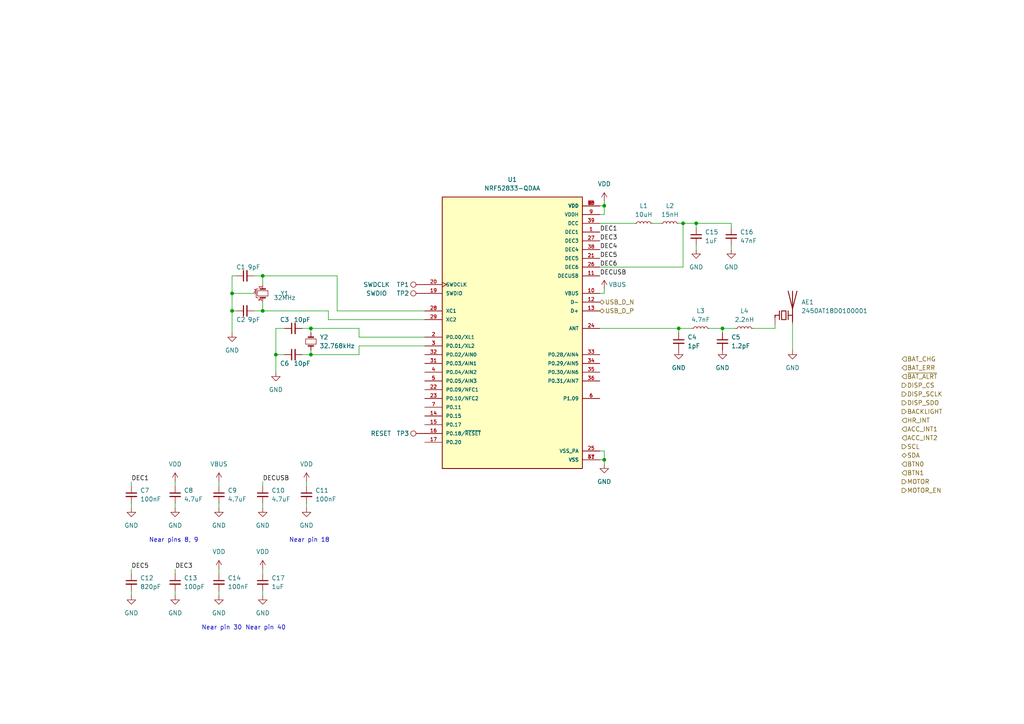
<source format=kicad_sch>
(kicad_sch (version 20230121) (generator eeschema)
  (paper "A4")
  (lib_symbols
    (symbol "Connector:TestPoint" (pin_numbers hide) (pin_names (offset 0.762) hide)
      (property "Reference" "TP" (at 0 6.858 0))
      (property "Value" "TestPoint" (at 0 5.08 0))
      (symbol "TestPoint_0_1"
        (circle (center 0 3.302) (radius 0.762))
      )
      (symbol "TestPoint_1_1"
        (pin passive line (at 0 0 90) (length 2.54) (name "1") (number "1"))
      )
    )
    (symbol "Device:Antenna_Chip" (pin_numbers hide) (pin_names (offset 1.016) hide)
      (property "Reference" "AE" (at 0 5.08 0))
      (property "Value" "Antenna_Chip" (at 0 3.175 0))
      (symbol "Antenna_Chip_0_1"
        (polyline (pts (xy -2.54 0) (xy -2.54 -0.635)) (stroke (width 0.254)))
        (polyline (pts (xy -2.54 0) (xy -1.27 0)) (stroke (width 0.254)))
        (polyline (pts (xy 1.27 0) (xy 2.54 0)) (stroke (width 0.254)))
        (polyline (pts (xy 1.27 1.27) (xy 1.27 -1.27)) (stroke (width 0.254)))
        (polyline (pts (xy 2.54 -0.635) (xy 2.54 0)))
        (polyline (pts (xy 2.54 6.985) (xy 2.54 -1.905)) (stroke (width 0.254)))
        (polyline (pts (xy -1.27 1.27) (xy -1.27 -1.27) (xy -1.27 0)) (stroke (width 0.254)))
        (polyline (pts (xy 3.81 6.985) (xy 2.54 1.905) (xy 1.27 6.985)) (stroke (width 0.254)))
        (polyline (pts (xy -0.635 1.27) (xy 0.635 1.27) (xy 0.635 -1.27) (xy -0.635 -1.27) (xy -0.635 1.27)) (stroke (width 0.254)))
      )
      (symbol "Antenna_Chip_1_1"
        (pin input line (at -2.54 -2.54 90) (length 2.54) (name "FEED") (number "1"))
        (pin passive line (at 2.54 -2.54 90) (length 2.54) (name "PCB_Trace") (number "2"))
      )
    )
    (symbol "Device:C_Small" (pin_numbers hide) (pin_names (offset 0.254) hide)
      (property "Reference" "C" (at 0.254 1.778 0))
      (property "Value" "C_Small" (at 0.254 -2.032 0))
      (symbol "C_Small_0_1"
        (polyline (pts (xy -1.524 -0.508) (xy 1.524 -0.508)) (stroke (width 0.3302)))
        (polyline (pts (xy -1.524 0.508) (xy 1.524 0.508)) (stroke (width 0.3048)))
      )
      (symbol "C_Small_1_1"
        (pin passive line (at 0 2.54 270) (length 2.032) (name "~") (number "1"))
        (pin passive line (at 0 -2.54 90) (length 2.032) (name "~") (number "2"))
      )
    )
    (symbol "Device:Crystal_GND2_Small" (pin_names (offset 1.016) hide)
      (property "Reference" "Y" (at 0 5.08 0))
      (property "Value" "Crystal_GND2_Small" (at 0 3.175 0))
      (symbol "Crystal_GND2_Small_0_1"
        (rectangle (start -0.762 -1.524) (end 0.762 1.524))
        (polyline (pts (xy -1.27 -0.762) (xy -1.27 0.762)) (stroke (width 0.381)))
        (polyline (pts (xy 1.27 -0.762) (xy 1.27 0.762)) (stroke (width 0.381)))
        (polyline (pts (xy -1.27 -1.27) (xy -1.27 -1.905) (xy 1.27 -1.905) (xy 1.27 -1.27)))
      )
      (symbol "Crystal_GND2_Small_1_1"
        (pin passive line (at -2.54 0 0) (length 1.27) (name "1") (number "1"))
        (pin passive line (at 0 -2.54 90) (length 0.635) (name "2") (number "2"))
        (pin passive line (at 2.54 0 180) (length 1.27) (name "3") (number "3"))
      )
    )
    (symbol "Device:Crystal_Small" (pin_numbers hide) (pin_names (offset 1.016) hide)
      (property "Reference" "Y" (at 0 2.54 0))
      (property "Value" "Crystal_Small" (at 0 -2.54 0))
      (symbol "Crystal_Small_0_1"
        (rectangle (start -0.762 -1.524) (end 0.762 1.524))
        (polyline (pts (xy -1.27 -0.762) (xy -1.27 0.762)) (stroke (width 0.381)))
        (polyline (pts (xy 1.27 -0.762) (xy 1.27 0.762)) (stroke (width 0.381)))
      )
      (symbol "Crystal_Small_1_1"
        (pin passive line (at -2.54 0 0) (length 1.27) (name "1") (number "1"))
        (pin passive line (at 2.54 0 180) (length 1.27) (name "2") (number "2"))
      )
    )
    (symbol "Device:L_Small" (pin_numbers hide) (pin_names (offset 0.254) hide)
      (property "Reference" "L" (at 0.762 1.016 0))
      (property "Value" "L_Small" (at 0.762 -1.016 0))
      (symbol "L_Small_0_1"
        (arc (start 0 -2.032) (mid 0.5058 -1.524) (end 0 -1.016))
        (arc (start 0 -1.016) (mid 0.5058 -0.508) (end 0 0))
        (arc (start 0 0) (mid 0.5058 0.508) (end 0 1.016))
        (arc (start 0 1.016) (mid 0.5058 1.524) (end 0 2.032))
      )
      (symbol "L_Small_1_1"
        (pin passive line (at 0 2.54 270) (length 0.508) (name "~") (number "1"))
        (pin passive line (at 0 -2.54 90) (length 0.508) (name "~") (number "2"))
      )
    )
    (symbol "power:GND" (power) (pin_names (offset 0))
      (property "Value" "GND" (at 0 -3.81 0))
      (symbol "GND_0_1"
        (polyline (pts (xy 0 0) (xy 0 -1.27) (xy 1.27 -1.27) (xy 0 -2.54) (xy -1.27 -1.27) (xy 0 -1.27)))
      )
      (symbol "GND_1_1"
        (pin power_in line (at 0 0 270) (length 0) hide (name "GND") (number "1"))
      )
    )
    (symbol "power:VBUS" (power) (pin_names (offset 0))
      (property "Value" "VBUS" (at 0 3.81 0))
      (symbol "VBUS_0_1"
        (polyline (pts (xy -0.762 1.27) (xy 0 2.54)))
        (polyline (pts (xy 0 0) (xy 0 2.54)))
        (polyline (pts (xy 0 2.54) (xy 0.762 1.27)))
      )
      (symbol "VBUS_1_1"
        (pin power_in line (at 0 0 90) (length 0) hide (name "VBUS") (number "1"))
      )
    )
    (symbol "power:VDD" (power) (pin_names (offset 0))
      (property "Value" "VDD" (at 0 3.81 0))
      (symbol "VDD_0_1"
        (polyline (pts (xy -0.762 1.27) (xy 0 2.54)))
        (polyline (pts (xy 0 0) (xy 0 2.54)))
        (polyline (pts (xy 0 2.54) (xy 0.762 1.27)))
      )
      (symbol "VDD_1_1"
        (pin power_in line (at 0 0 90) (length 0) hide (name "VDD") (number "1"))
      )
    )
    (symbol "watch:NRF52833-QDAA-R7" (pin_names (offset 1.016))
      (property "Reference" "U" (at -20.32 39.37 0))
      (property "Value" "NRF52833-QDAA-R7" (at -20.32 -41.91 0))
      (symbol "NRF52833-QDAA-R7_0_0"
        (rectangle (start -20.32 38.1) (end 20.32 -40.64) (stroke (width 0.254)) (fill (type background)))
        (pin power_in line (at 25.4 27.94 180) (length 5.08) (name "DEC1") (number "1"))
        (pin power_in line (at 25.4 10.16 180) (length 5.08) (name "VBUS") (number "10"))
        (pin power_in line (at 25.4 15.24 180) (length 5.08) (name "DECUSB") (number "11"))
        (pin bidirectional line (at 25.4 7.62 180) (length 5.08) (name "D-") (number "12"))
        (pin bidirectional line (at 25.4 5.08 180) (length 5.08) (name "D+") (number "13"))
        (pin bidirectional line (at -25.4 -25.4 0) (length 5.08) (name "P0.15") (number "14"))
        (pin bidirectional line (at -25.4 -27.94 0) (length 5.08) (name "P0.17") (number "15"))
        (pin bidirectional line (at -25.4 -30.48 0) (length 5.08) (name "P0.18/~{RESET}") (number "16"))
        (pin bidirectional line (at -25.4 -33.02 0) (length 5.08) (name "P0.20") (number "17"))
        (pin power_in line (at 25.4 35.56 180) (length 5.08) (name "VDD") (number "18"))
        (pin bidirectional line (at -25.4 10.16 0) (length 5.08) (name "SWDIO") (number "19"))
        (pin bidirectional line (at -25.4 -2.54 0) (length 5.08) (name "P0.00/XL1") (number "2"))
        (pin input clock (at -25.4 12.7 0) (length 5.08) (name "SWDCLK") (number "20"))
        (pin power_in line (at 25.4 20.32 180) (length 5.08) (name "DEC5") (number "21"))
        (pin bidirectional line (at -25.4 -17.78 0) (length 5.08) (name "P0.09/NFC1") (number "22"))
        (pin bidirectional line (at -25.4 -20.32 0) (length 5.08) (name "P0.10/NFC2") (number "23"))
        (pin bidirectional line (at 25.4 0 180) (length 5.08) (name "ANT") (number "24"))
        (pin power_in line (at 25.4 -35.56 180) (length 5.08) (name "VSS_PA") (number "25"))
        (pin power_in line (at 25.4 17.78 180) (length 5.08) (name "DEC6") (number "26"))
        (pin power_in line (at 25.4 25.4 180) (length 5.08) (name "DEC3") (number "27"))
        (pin input line (at -25.4 5.08 0) (length 5.08) (name "XC1") (number "28"))
        (pin input line (at -25.4 2.54 0) (length 5.08) (name "XC2") (number "29"))
        (pin bidirectional line (at -25.4 -5.08 0) (length 5.08) (name "P0.01/XL2") (number "3"))
        (pin power_in line (at 25.4 35.56 180) (length 5.08) (name "VDD") (number "30"))
        (pin bidirectional line (at -25.4 -10.16 0) (length 5.08) (name "P0.03/AIN1") (number "31"))
        (pin bidirectional line (at -25.4 -7.62 0) (length 5.08) (name "P0.02/AIN0") (number "32"))
        (pin bidirectional line (at 25.4 -7.62 180) (length 5.08) (name "P0.28/AIN4") (number "33"))
        (pin bidirectional line (at 25.4 -10.16 180) (length 5.08) (name "P0.29/AIN5") (number "34"))
        (pin bidirectional line (at 25.4 -12.7 180) (length 5.08) (name "P0.30/AIN6") (number "35"))
        (pin bidirectional line (at 25.4 -15.24 180) (length 5.08) (name "P0.31/AIN7") (number "36"))
        (pin power_in line (at 25.4 -38.1 180) (length 5.08) (name "VSS") (number "37"))
        (pin power_in line (at 25.4 22.86 180) (length 5.08) (name "DEC4") (number "38"))
        (pin power_in line (at 25.4 30.48 180) (length 5.08) (name "DCC") (number "39"))
        (pin bidirectional line (at -25.4 -12.7 0) (length 5.08) (name "P0.04/AIN2") (number "4"))
        (pin power_in line (at 25.4 35.56 180) (length 5.08) (name "VDD") (number "40"))
        (pin power_in line (at 25.4 -38.1 180) (length 5.08) (name "VSS") (number "41"))
        (pin bidirectional line (at -25.4 -15.24 0) (length 5.08) (name "P0.05/AIN3") (number "5"))
        (pin bidirectional line (at 25.4 -20.32 180) (length 5.08) (name "P1.09") (number "6"))
        (pin bidirectional line (at -25.4 -22.86 0) (length 5.08) (name "P0.11") (number "7"))
        (pin power_in line (at 25.4 35.56 180) (length 5.08) (name "VDD") (number "8"))
        (pin power_in line (at 25.4 33.02 180) (length 5.08) (name "VDDH") (number "9"))
      )
    )
  )
  (junction (at 90.17 95.25))
  (junction (at 201.93 64.77))
  (junction (at 90.17 102.87))
  (junction (at 196.85 95.25))
  (junction (at 80.01 102.87))
  (junction (at 76.2 80.01))
  (junction (at 67.31 85.09))
  (junction (at 175.26 59.69))
  (junction (at 175.26 133.35))
  (junction (at 198.12 64.77))
  (junction (at 209.55 95.25))
  (junction (at 76.2 90.17))
  (junction (at 67.31 90.17))
  (wire (pts (xy 38.1 139.7) (xy 38.1 140.97)))
  (wire (pts (xy 67.31 90.17) (xy 67.31 96.52)))
  (wire (pts (xy 175.26 58.42) (xy 175.26 59.69)))
  (wire (pts (xy 224.79 95.25) (xy 224.79 93.98)))
  (wire (pts (xy 104.14 97.79) (xy 123.19 97.79)))
  (wire (pts (xy 80.01 102.87) (xy 80.01 107.95)))
  (wire (pts (xy 173.99 59.69) (xy 175.26 59.69)))
  (wire (pts (xy 209.55 95.25) (xy 213.36 95.25)))
  (wire (pts (xy 90.17 96.52) (xy 90.17 95.25)))
  (wire (pts (xy 88.9 139.7) (xy 88.9 140.97)))
  (wire (pts (xy 196.85 95.25) (xy 200.66 95.25)))
  (wire (pts (xy 50.8 146.05) (xy 50.8 147.32)))
  (wire (pts (xy 175.26 83.82) (xy 175.26 85.09)))
  (wire (pts (xy 189.23 64.77) (xy 191.77 64.77)))
  (wire (pts (xy 173.99 130.81) (xy 175.26 130.81)))
  (wire (pts (xy 88.9 146.05) (xy 88.9 147.32)))
  (wire (pts (xy 76.2 90.17) (xy 73.66 90.17)))
  (wire (pts (xy 95.25 92.71) (xy 95.25 90.17)))
  (wire (pts (xy 80.01 95.25) (xy 80.01 102.87)))
  (wire (pts (xy 212.09 64.77) (xy 212.09 66.04)))
  (wire (pts (xy 63.5 165.1) (xy 63.5 166.37)))
  (wire (pts (xy 201.93 64.77) (xy 212.09 64.77)))
  (wire (pts (xy 76.2 171.45) (xy 76.2 172.72)))
  (wire (pts (xy 175.26 130.81) (xy 175.26 133.35)))
  (wire (pts (xy 196.85 64.77) (xy 198.12 64.77)))
  (wire (pts (xy 67.31 80.01) (xy 67.31 85.09)))
  (wire (pts (xy 38.1 171.45) (xy 38.1 172.72)))
  (wire (pts (xy 38.1 165.1) (xy 38.1 166.37)))
  (wire (pts (xy 95.25 90.17) (xy 76.2 90.17)))
  (wire (pts (xy 198.12 64.77) (xy 201.93 64.77)))
  (wire (pts (xy 201.93 71.12) (xy 201.93 72.39)))
  (wire (pts (xy 73.66 80.01) (xy 76.2 80.01)))
  (wire (pts (xy 123.19 90.17) (xy 97.79 90.17)))
  (wire (pts (xy 173.99 95.25) (xy 196.85 95.25)))
  (wire (pts (xy 50.8 165.1) (xy 50.8 166.37)))
  (wire (pts (xy 63.5 171.45) (xy 63.5 172.72)))
  (wire (pts (xy 209.55 95.25) (xy 209.55 96.52)))
  (wire (pts (xy 50.8 139.7) (xy 50.8 140.97)))
  (wire (pts (xy 196.85 95.25) (xy 196.85 96.52)))
  (wire (pts (xy 104.14 97.79) (xy 104.14 95.25)))
  (wire (pts (xy 205.74 95.25) (xy 209.55 95.25)))
  (wire (pts (xy 123.19 92.71) (xy 95.25 92.71)))
  (wire (pts (xy 104.14 100.33) (xy 104.14 102.87)))
  (wire (pts (xy 229.87 93.98) (xy 229.87 101.6)))
  (wire (pts (xy 73.66 85.09) (xy 67.31 85.09)))
  (wire (pts (xy 76.2 80.01) (xy 76.2 82.55)))
  (wire (pts (xy 63.5 146.05) (xy 63.5 147.32)))
  (wire (pts (xy 104.14 95.25) (xy 90.17 95.25)))
  (wire (pts (xy 97.79 90.17) (xy 97.79 80.01)))
  (wire (pts (xy 175.26 133.35) (xy 175.26 134.62)))
  (wire (pts (xy 50.8 171.45) (xy 50.8 172.72)))
  (wire (pts (xy 90.17 101.6) (xy 90.17 102.87)))
  (wire (pts (xy 68.58 80.01) (xy 67.31 80.01)))
  (wire (pts (xy 90.17 102.87) (xy 87.63 102.87)))
  (wire (pts (xy 63.5 139.7) (xy 63.5 140.97)))
  (wire (pts (xy 80.01 95.25) (xy 82.55 95.25)))
  (wire (pts (xy 201.93 64.77) (xy 201.93 66.04)))
  (wire (pts (xy 175.26 59.69) (xy 175.26 62.23)))
  (wire (pts (xy 67.31 85.09) (xy 67.31 90.17)))
  (wire (pts (xy 218.44 95.25) (xy 224.79 95.25)))
  (wire (pts (xy 175.26 62.23) (xy 173.99 62.23)))
  (wire (pts (xy 212.09 71.12) (xy 212.09 72.39)))
  (wire (pts (xy 173.99 64.77) (xy 184.15 64.77)))
  (wire (pts (xy 68.58 90.17) (xy 67.31 90.17)))
  (wire (pts (xy 198.12 64.77) (xy 198.12 77.47)))
  (wire (pts (xy 76.2 87.63) (xy 76.2 90.17)))
  (wire (pts (xy 104.14 102.87) (xy 90.17 102.87)))
  (wire (pts (xy 76.2 139.7) (xy 76.2 140.97)))
  (wire (pts (xy 90.17 95.25) (xy 87.63 95.25)))
  (wire (pts (xy 80.01 102.87) (xy 82.55 102.87)))
  (wire (pts (xy 76.2 165.1) (xy 76.2 166.37)))
  (wire (pts (xy 97.79 80.01) (xy 76.2 80.01)))
  (wire (pts (xy 175.26 85.09) (xy 173.99 85.09)))
  (wire (pts (xy 38.1 146.05) (xy 38.1 147.32)))
  (wire (pts (xy 198.12 77.47) (xy 173.99 77.47)))
  (wire (pts (xy 76.2 146.05) (xy 76.2 147.32)))
  (wire (pts (xy 104.14 100.33) (xy 123.19 100.33)))
  (wire (pts (xy 173.99 133.35) (xy 175.26 133.35)))
  (text "Near pin 18" (at 83.82 157.48 0) (effects (font (size 1.27 1.27)) (justify left bottom)))
  (text "Near pins 8, 9" (at 43.18 157.48 0) (effects (font (size 1.27 1.27)) (justify left bottom)))
  (text "Near pin 40" (at 71.12 182.88 0) (effects (font (size 1.27 1.27)) (justify left bottom)))
  (text "Near pin 30" (at 58.42 182.88 0) (effects (font (size 1.27 1.27)) (justify left bottom)))
  (label "DEC1" (at 173.99 67.31 0))
  (label "DEC6" (at 173.99 77.47 0))
  (label "DEC5" (at 38.1 165.1 0))
  (label "DEC5" (at 173.99 74.93 0))
  (label "DEC3" (at 173.99 69.85 0))
  (label "DECUSB" (at 173.99 80.01 0))
  (label "DEC1" (at 38.1 139.7 0))
  (label "DEC3" (at 50.8 165.1 0))
  (label "DEC4" (at 173.99 72.39 0))
  (label "DECUSB" (at 76.2 139.7 0))
  (hierarchical_label "HR_INT" (shape input) (at 261.62 121.92 0))
  (hierarchical_label "DISP_CS" (shape output) (at 261.62 111.76 0))
  (hierarchical_label "DISP_SCLK" (shape output) (at 261.62 114.3 0))
  (hierarchical_label "ACC_INT1" (shape input) (at 261.62 124.46 0))
  (hierarchical_label "BTN1" (shape input) (at 261.62 137.16 0))
  (hierarchical_label "~{BAT_ALRT}" (shape input) (at 261.62 109.22 0))
  (hierarchical_label "BAT_ERR" (shape input) (at 261.62 106.68 0))
  (hierarchical_label "DISP_SDO" (shape output) (at 261.62 116.84 0))
  (hierarchical_label "MOTOR_EN" (shape output) (at 261.62 142.24 0))
  (hierarchical_label "ACC_INT2" (shape input) (at 261.62 127 0))
  (hierarchical_label "BACKLIGHT" (shape output) (at 261.62 119.38 0))
  (hierarchical_label "BAT_CHG" (shape input) (at 261.62 104.14 0))
  (hierarchical_label "USB_D_N" (shape bidirectional) (at 173.99 87.63 0))
  (hierarchical_label "SDA" (shape bidirectional) (at 261.62 132.08 0))
  (hierarchical_label "USB_D_P" (shape bidirectional) (at 173.99 90.17 0))
  (hierarchical_label "MOTOR" (shape output) (at 261.62 139.7 0))
  (hierarchical_label "SCL" (shape output) (at 261.62 129.54 0))
  (hierarchical_label "BTN0" (shape input) (at 261.62 134.62 0))
  (symbol (lib_id "power:VBUS") (at 175.26 83.82 0) (unit 1)
    (property "Reference" "#PWR09" (effects hide))
    (property "Value" "VBUS" (at 179.07 82.55 0))
  )
  (symbol (lib_id "Device:L_Small") (at 186.69 64.77 90) (unit 1)
    (property "Reference" "L1" (at 186.69 59.69 90))
    (property "Value" "10uH" (at 186.69 62.23 90))
    (property "Footprint" "Inductor_SMD:L_0805_2012Metric_Pad1.05x1.20mm_HandSolder" (effects hide))
  )
  (symbol (lib_id "Device:C_Small") (at 50.8 168.91 0) (unit 1)
    (property "Reference" "C13" (at 53.34 167.6463 0) (effects (justify left)))
    (property "Value" "100pF" (at 53.34 170.1863 0) (effects (justify left)))
    (property "Footprint" "Capacitor_SMD:C_0402_1005Metric_Pad0.74x0.62mm_HandSolder" (effects hide))
  )
  (symbol (lib_id "power:GND") (at 76.2 147.32 0) (unit 1)
    (property "Reference" "#PWR022" (effects hide))
    (property "Value" "GND" (at 76.2 152.4 0))
  )
  (symbol (lib_id "power:GND") (at 80.01 107.95 0) (unit 1)
    (property "Reference" "#PWR014" (effects hide))
    (property "Value" "GND" (at 80.01 113.03 0))
  )
  (symbol (lib_id "Connector:TestPoint") (at 123.19 85.09 90) (unit 1)
    (property "Reference" "TP2" (at 116.84 85.09 90))
    (property "Value" "SWDIO" (at 109.22 85.09 90))
    (property "Footprint" "TestPoint:TestPoint_THTPad_D1.0mm_Drill0.5mm" (effects hide))
  )
  (symbol (lib_id "power:VBUS") (at 63.5 139.7 0) (unit 1)
    (property "Reference" "#PWR017" (effects hide))
    (property "Value" "VBUS" (at 63.5 134.62 0))
  )
  (symbol (lib_id "power:GND") (at 175.26 134.62 0) (unit 1)
    (property "Reference" "#PWR015" (effects hide))
    (property "Value" "GND" (at 175.26 139.7 0))
  )
  (symbol (lib_id "Device:C_Small") (at 71.12 80.01 90) (unit 1)
    (property "Reference" "C1" (at 69.85 77.47 90))
    (property "Value" "9pF" (at 73.66 77.47 90))
    (property "Footprint" "Capacitor_SMD:C_0402_1005Metric_Pad0.74x0.62mm_HandSolder" (effects hide))
  )
  (symbol (lib_id "power:VDD") (at 63.5 165.1 0) (unit 1)
    (property "Reference" "#PWR024" (effects hide))
    (property "Value" "VDD" (at 63.5 160.02 0))
  )
  (symbol (lib_id "power:GND") (at 229.87 101.6 0) (unit 1)
    (property "Reference" "#PWR013" (effects hide))
    (property "Value" "GND" (at 229.87 106.68 0))
  )
  (symbol (lib_id "Device:C_Small") (at 212.09 68.58 0) (unit 1)
    (property "Reference" "C16" (at 214.63 67.3163 0) (effects (justify left)))
    (property "Value" "47nF" (at 214.63 69.8563 0) (effects (justify left)))
    (property "Footprint" "Capacitor_SMD:C_0402_1005Metric_Pad0.74x0.62mm_HandSolder" (effects hide))
  )
  (symbol (lib_id "power:VDD") (at 50.8 139.7 0) (unit 1)
    (property "Reference" "#PWR016" (effects hide))
    (property "Value" "VDD" (at 50.8 134.62 0))
  )
  (symbol (lib_id "Device:C_Small") (at 85.09 102.87 90) (unit 1)
    (property "Reference" "C6" (at 82.55 105.41 90))
    (property "Value" "10pF" (at 87.63 105.41 90))
    (property "Footprint" "Capacitor_SMD:C_0402_1005Metric_Pad0.74x0.62mm_HandSolder" (effects hide))
  )
  (symbol (lib_id "power:GND") (at 196.85 101.6 0) (unit 1)
    (property "Reference" "#PWR011" (effects hide))
    (property "Value" "GND" (at 196.85 106.68 0))
  )
  (symbol (lib_id "Device:C_Small") (at 63.5 143.51 0) (unit 1)
    (property "Reference" "C9" (at 66.04 142.2463 0) (effects (justify left)))
    (property "Value" "4.7uF" (at 66.04 144.7863 0) (effects (justify left)))
    (property "Footprint" "Capacitor_SMD:C_0402_1005Metric_Pad0.74x0.62mm_HandSolder" (effects hide))
  )
  (symbol (lib_id "Device:C_Small") (at 63.5 168.91 0) (unit 1)
    (property "Reference" "C14" (at 66.04 167.6463 0) (effects (justify left)))
    (property "Value" "100nF" (at 66.04 170.1863 0) (effects (justify left)))
    (property "Footprint" "Capacitor_SMD:C_0402_1005Metric_Pad0.74x0.62mm_HandSolder" (effects hide))
  )
  (symbol (lib_id "power:GND") (at 63.5 172.72 0) (unit 1)
    (property "Reference" "#PWR028" (effects hide))
    (property "Value" "GND" (at 63.5 177.8 0))
  )
  (symbol (lib_id "Device:C_Small") (at 85.09 95.25 90) (unit 1)
    (property "Reference" "C3" (at 82.55 92.71 90))
    (property "Value" "10pF" (at 87.63 92.71 90))
    (property "Footprint" "Capacitor_SMD:C_0402_1005Metric_Pad0.74x0.62mm_HandSolder" (effects hide))
  )
  (symbol (lib_id "Device:L_Small") (at 194.31 64.77 90) (unit 1)
    (property "Reference" "L2" (at 194.31 59.69 90))
    (property "Value" "15nH" (at 194.31 62.23 90))
    (property "Footprint" "Inductor_SMD:L_0402_1005Metric_Pad0.77x0.64mm_HandSolder" (effects hide))
  )
  (symbol (lib_id "Device:C_Small") (at 88.9 143.51 0) (unit 1)
    (property "Reference" "C11" (at 91.44 142.2463 0) (effects (justify left)))
    (property "Value" "100nF" (at 91.44 144.7863 0) (effects (justify left)))
    (property "Footprint" "Capacitor_SMD:C_0402_1005Metric_Pad0.74x0.62mm_HandSolder" (effects hide))
  )
  (symbol (lib_id "Device:C_Small") (at 38.1 143.51 0) (unit 1)
    (property "Reference" "C7" (at 40.64 142.2463 0) (effects (justify left)))
    (property "Value" "100nF" (at 40.64 144.7863 0) (effects (justify left)))
    (property "Footprint" "Capacitor_SMD:C_0402_1005Metric_Pad0.74x0.62mm_HandSolder" (effects hide))
  )
  (symbol (lib_id "power:GND") (at 50.8 147.32 0) (unit 1)
    (property "Reference" "#PWR020" (effects hide))
    (property "Value" "GND" (at 50.8 152.4 0))
  )
  (symbol (lib_id "power:GND") (at 38.1 172.72 0) (unit 1)
    (property "Reference" "#PWR026" (effects hide))
    (property "Value" "GND" (at 38.1 177.8 0))
  )
  (symbol (lib_id "power:GND") (at 50.8 172.72 0) (unit 1)
    (property "Reference" "#PWR027" (effects hide))
    (property "Value" "GND" (at 50.8 177.8 0))
  )
  (symbol (lib_id "Device:L_Small") (at 215.9 95.25 90) (unit 1)
    (property "Reference" "L4" (at 215.9 90.17 90))
    (property "Value" "2.2nH" (at 215.9 92.71 90))
    (property "Footprint" "Inductor_SMD:L_0402_1005Metric_Pad0.77x0.64mm_HandSolder" (effects hide))
  )
  (symbol (lib_id "power:GND") (at 67.31 96.52 0) (unit 1)
    (property "Reference" "#PWR010" (effects hide))
    (property "Value" "GND" (at 67.31 101.6 0))
  )
  (symbol (lib_id "power:GND") (at 63.5 147.32 0) (unit 1)
    (property "Reference" "#PWR021" (effects hide))
    (property "Value" "GND" (at 63.5 152.4 0))
  )
  (symbol (lib_id "Device:Antenna_Chip") (at 227.33 91.44 0) (unit 1)
    (property "Reference" "AE1" (at 232.41 87.63 0) (effects (justify left)))
    (property "Value" "2450AT18D0100001" (at 232.41 90.17 0) (effects (justify left)))
    (property "Footprint" "watch:ANTENNA_2450AT18D0100001" (effects hide))
    (property "Datasheet" "https://www.johansontechnology.com/datasheets/2450AT18D0100/2450AT18D0100.pdf" (effects hide))
  )
  (symbol (lib_id "Device:C_Small") (at 201.93 68.58 0) (unit 1)
    (property "Reference" "C15" (at 204.47 67.3163 0) (effects (justify left)))
    (property "Value" "1uF" (at 204.47 69.8563 0) (effects (justify left)))
    (property "Footprint" "Capacitor_SMD:C_0402_1005Metric_Pad0.74x0.62mm_HandSolder" (effects hide))
  )
  (symbol (lib_id "Device:L_Small") (at 203.2 95.25 90) (unit 1)
    (property "Reference" "L3" (at 203.2 90.17 90))
    (property "Value" "4.7nF" (at 203.2 92.71 90))
    (property "Footprint" "Inductor_SMD:L_0402_1005Metric_Pad0.77x0.64mm_HandSolder" (effects hide))
  )
  (symbol (lib_id "power:GND") (at 76.2 172.72 0) (unit 1)
    (property "Reference" "#PWR031" (effects hide))
    (property "Value" "GND" (at 76.2 177.8 0))
  )
  (symbol (lib_id "Device:Crystal_GND2_Small") (at 76.2 85.09 270) (unit 1)
    (property "Reference" "Y1" (at 82.55 85.09 90))
    (property "Value" "32MHz" (at 82.55 86.36 90))
    (property "Footprint" "watch:XTAL_ECX-1637B2" (effects hide))
    (property "Datasheet" "https://ecsxtal.com/store/pdf/ECX-1637B2.pdf" (effects hide))
    (property "Part Number" "ECS-320-6-37B2-JTN" (effects hide))
  )
  (symbol (lib_id "power:GND") (at 38.1 147.32 0) (unit 1)
    (property "Reference" "#PWR019" (effects hide))
    (property "Value" "GND" (at 38.1 152.4 0))
  )
  (symbol (lib_id "Device:C_Small") (at 50.8 143.51 0) (unit 1)
    (property "Reference" "C8" (at 53.34 142.2463 0) (effects (justify left)))
    (property "Value" "4.7uF" (at 53.34 144.7863 0) (effects (justify left)))
    (property "Footprint" "Capacitor_SMD:C_0402_1005Metric_Pad0.74x0.62mm_HandSolder" (effects hide))
  )
  (symbol (lib_id "Device:Crystal_Small") (at 90.17 99.06 90) (unit 1)
    (property "Reference" "Y2" (at 93.98 97.79 90))
    (property "Value" "32.768kHz" (at 97.79 100.33 90))
    (property "Footprint" "watch:XTAL_SC32S" (effects hide))
    (property "Datasheet" "https://www.sii.co.jp/en/quartz/files/2013/03/SC-32S_Leaflet_e20151217.pdf" (effects hide))
    (property "Part Number" "SC32S-7PF20PPM" (effects hide))
  )
  (symbol (lib_id "Connector:TestPoint") (at 123.19 82.55 90) (unit 1)
    (property "Reference" "TP1" (at 116.84 82.55 90))
    (property "Value" "SWDCLK" (at 109.22 82.55 90))
    (property "Footprint" "TestPoint:TestPoint_THTPad_D1.0mm_Drill0.5mm" (effects hide))
  )
  (symbol (lib_id "power:VDD") (at 88.9 139.7 0) (unit 1)
    (property "Reference" "#PWR018" (effects hide))
    (property "Value" "VDD" (at 88.9 134.62 0))
  )
  (symbol (lib_id "Device:C_Small") (at 76.2 143.51 0) (unit 1)
    (property "Reference" "C10" (at 78.74 142.2463 0) (effects (justify left)))
    (property "Value" "4.7uF" (at 78.74 144.7863 0) (effects (justify left)))
    (property "Footprint" "Capacitor_SMD:C_0402_1005Metric_Pad0.74x0.62mm_HandSolder" (effects hide))
  )
  (symbol (lib_id "power:VDD") (at 175.26 58.42 0) (unit 1)
    (property "Reference" "#PWR08" (effects hide))
    (property "Value" "VDD" (at 175.26 53.34 0))
  )
  (symbol (lib_id "Device:C_Small") (at 71.12 90.17 90) (unit 1)
    (property "Reference" "C2" (at 69.85 92.71 90))
    (property "Value" "9pF" (at 73.66 92.71 90))
    (property "Footprint" "Capacitor_SMD:C_0402_1005Metric_Pad0.74x0.62mm_HandSolder" (effects hide))
  )
  (symbol (lib_id "Device:C_Small") (at 38.1 168.91 0) (unit 1)
    (property "Reference" "C12" (at 40.64 167.6463 0) (effects (justify left)))
    (property "Value" "820pF" (at 40.64 170.1863 0) (effects (justify left)))
    (property "Footprint" "Capacitor_SMD:C_0402_1005Metric_Pad0.74x0.62mm_HandSolder" (effects hide))
  )
  (symbol (lib_id "watch:NRF52833-QDAA-R7") (at 148.59 95.25 0) (unit 1)
    (property "Reference" "U1" (at 148.59 52.07 0))
    (property "Value" "NRF52833-QDAA" (at 148.59 54.61 0))
    (property "Footprint" "watch:nRF52833-QD" (effects hide))
    (property "Datasheet" "https://infocenter.nordicsemi.com/pdf/nRF52833_PS_v1.3.pdf" (effects hide))
  )
  (symbol (lib_id "power:GND") (at 201.93 72.39 0) (unit 1)
    (property "Reference" "#PWR029" (effects hide))
    (property "Value" "GND" (at 201.93 77.47 0))
  )
  (symbol (lib_id "Device:C_Small") (at 196.85 99.06 0) (unit 1)
    (property "Reference" "C4" (at 199.39 97.7963 0) (effects (justify left)))
    (property "Value" "1pF" (at 199.39 100.3363 0) (effects (justify left)))
    (property "Footprint" "Capacitor_SMD:C_0402_1005Metric_Pad0.74x0.62mm_HandSolder" (effects hide))
  )
  (symbol (lib_id "power:GND") (at 88.9 147.32 0) (unit 1)
    (property "Reference" "#PWR023" (effects hide))
    (property "Value" "GND" (at 88.9 152.4 0))
  )
  (symbol (lib_id "power:GND") (at 212.09 72.39 0) (unit 1)
    (property "Reference" "#PWR030" (effects hide))
    (property "Value" "GND" (at 212.09 77.47 0))
  )
  (symbol (lib_id "Device:C_Small") (at 76.2 168.91 0) (unit 1)
    (property "Reference" "C17" (at 78.74 167.6463 0) (effects (justify left)))
    (property "Value" "1uF" (at 78.74 170.1863 0) (effects (justify left)))
    (property "Footprint" "Capacitor_SMD:C_0402_1005Metric_Pad0.74x0.62mm_HandSolder" (effects hide))
  )
  (symbol (lib_id "power:VDD") (at 76.2 165.1 0) (unit 1)
    (property "Reference" "#PWR025" (effects hide))
    (property "Value" "VDD" (at 76.2 160.02 0))
  )
  (symbol (lib_id "Device:C_Small") (at 209.55 99.06 0) (unit 1)
    (property "Reference" "C5" (at 212.09 97.7963 0) (effects (justify left)))
    (property "Value" "1.2pF" (at 212.09 100.3363 0) (effects (justify left)))
    (property "Footprint" "Capacitor_SMD:C_0402_1005Metric_Pad0.74x0.62mm_HandSolder" (effects hide))
  )
  (symbol (lib_id "power:GND") (at 209.55 101.6 0) (unit 1)
    (property "Reference" "#PWR012" (effects hide))
    (property "Value" "GND" (at 209.55 106.68 0))
  )
  (symbol (lib_id "Connector:TestPoint") (at 123.19 125.73 90) (unit 1)
    (property "Reference" "TP3" (at 116.84 125.73 90))
    (property "Value" "RESET" (at 110.49 125.73 90))
    (property "Footprint" "TestPoint:TestPoint_THTPad_D1.0mm_Drill0.5mm" (effects hide))
  )
)
</source>
